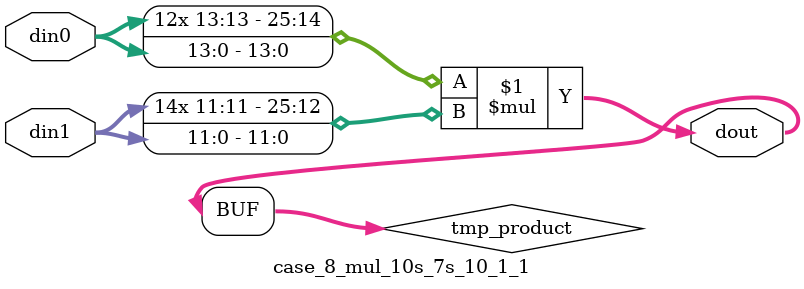
<source format=v>

`timescale 1 ns / 1 ps

 module case_8_mul_10s_7s_10_1_1(din0, din1, dout);
parameter ID = 1;
parameter NUM_STAGE = 0;
parameter din0_WIDTH = 14;
parameter din1_WIDTH = 12;
parameter dout_WIDTH = 26;

input [din0_WIDTH - 1 : 0] din0; 
input [din1_WIDTH - 1 : 0] din1; 
output [dout_WIDTH - 1 : 0] dout;

wire signed [dout_WIDTH - 1 : 0] tmp_product;



























assign tmp_product = $signed(din0) * $signed(din1);








assign dout = tmp_product;





















endmodule

</source>
